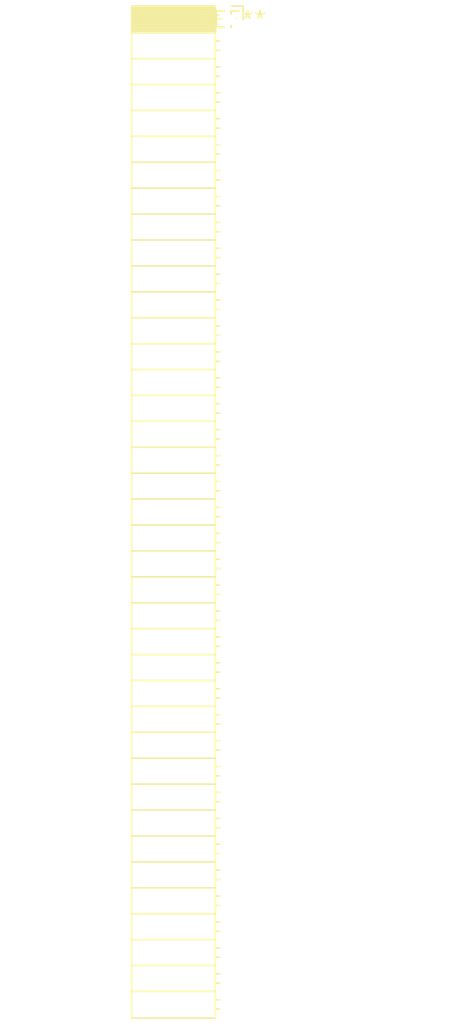
<source format=kicad_pcb>
(kicad_pcb (version 20240108) (generator pcbnew)
  (layers (0 "F.Cu" signal) (31 "B.Cu" signal) (34 "B.Paste" user) (35 "F.Paste" user) (36 "B.SilkS" user "B.Silkscreen") (37 "F.SilkS" user "F.Silkscreen") (38 "B.Mask" user) (39 "F.Mask" user) (44 "Edge.Cuts" user))
  (net 0 "")
  (footprint "PinSocket_1x39_P2.00mm_Horizontal" (layer "F.Cu") (at 0 0)
    (property "Reference" "REF**")
    (property "Value" "PinSocket_1x39_P2.00mm_Horizontal")
    (fp_line (start -7.68 -1.06) (end -7.68 77.06) (layer "F.SilkS") (stroke (width 0.12)))
    (fp_line (start -7.68 -1.06) (end -1.21 -1.06) (layer "F.SilkS") (stroke (width 0.12)))
    (fp_line (start -7.68 -0.94) (end -1.21 -0.94) (layer "F.SilkS") (stroke (width 0.12)))
    (fp_line (start -7.68 -0.825882) (end -1.21 -0.825882) (layer "F.SilkS") (stroke (width 0.12)))
    (fp_line (start -7.68 -0.711764) (end -1.21 -0.711764) (layer "F.SilkS") (stroke (width 0.12)))
    (fp_line (start -7.68 -0.597646) (end -1.21 -0.597646) (layer "F.SilkS") (stroke (width 0.12)))
    (fp_line (start -7.68 -0.483528) (end -1.21 -0.483528) (layer "F.SilkS") (stroke (width 0.12)))
    (fp_line (start -7.68 -0.36941) (end -1.21 -0.36941) (layer "F.SilkS") (stroke (width 0.12)))
    (fp_line (start -7.68 -0.255292) (end -1.21 -0.255292) (layer "F.SilkS") (stroke (width 0.12)))
    (fp_line (start -7.68 -0.141174) (end -1.21 -0.141174) (layer "F.SilkS") (stroke (width 0.12)))
    (fp_line (start -7.68 -0.027056) (end -1.21 -0.027056) (layer "F.SilkS") (stroke (width 0.12)))
    (fp_line (start -7.68 0.087062) (end -1.21 0.087062) (layer "F.SilkS") (stroke (width 0.12)))
    (fp_line (start -7.68 0.20118) (end -1.21 0.20118) (layer "F.SilkS") (stroke (width 0.12)))
    (fp_line (start -7.68 0.315298) (end -1.21 0.315298) (layer "F.SilkS") (stroke (width 0.12)))
    (fp_line (start -7.68 0.429416) (end -1.21 0.429416) (layer "F.SilkS") (stroke (width 0.12)))
    (fp_line (start -7.68 0.543534) (end -1.21 0.543534) (layer "F.SilkS") (stroke (width 0.12)))
    (fp_line (start -7.68 0.657652) (end -1.21 0.657652) (layer "F.SilkS") (stroke (width 0.12)))
    (fp_line (start -7.68 0.77177) (end -1.21 0.77177) (layer "F.SilkS") (stroke (width 0.12)))
    (fp_line (start -7.68 0.885888) (end -1.21 0.885888) (layer "F.SilkS") (stroke (width 0.12)))
    (fp_line (start -7.68 1) (end -1.21 1) (layer "F.SilkS") (stroke (width 0.12)))
    (fp_line (start -7.68 3) (end -1.21 3) (layer "F.SilkS") (stroke (width 0.12)))
    (fp_line (start -7.68 5) (end -1.21 5) (layer "F.SilkS") (stroke (width 0.12)))
    (fp_line (start -7.68 7) (end -1.21 7) (layer "F.SilkS") (stroke (width 0.12)))
    (fp_line (start -7.68 9) (end -1.21 9) (layer "F.SilkS") (stroke (width 0.12)))
    (fp_line (start -7.68 11) (end -1.21 11) (layer "F.SilkS") (stroke (width 0.12)))
    (fp_line (start -7.68 13) (end -1.21 13) (layer "F.SilkS") (stroke (width 0.12)))
    (fp_line (start -7.68 15) (end -1.21 15) (layer "F.SilkS") (stroke (width 0.12)))
    (fp_line (start -7.68 17) (end -1.21 17) (layer "F.SilkS") (stroke (width 0.12)))
    (fp_line (start -7.68 19) (end -1.21 19) (layer "F.SilkS") (stroke (width 0.12)))
    (fp_line (start -7.68 21) (end -1.21 21) (layer "F.SilkS") (stroke (width 0.12)))
    (fp_line (start -7.68 23) (end -1.21 23) (layer "F.SilkS") (stroke (width 0.12)))
    (fp_line (start -7.68 25) (end -1.21 25) (layer "F.SilkS") (stroke (width 0.12)))
    (fp_line (start -7.68 27) (end -1.21 27) (layer "F.SilkS") (stroke (width 0.12)))
    (fp_line (start -7.68 29) (end -1.21 29) (layer "F.SilkS") (stroke (width 0.12)))
    (fp_line (start -7.68 31) (end -1.21 31) (layer "F.SilkS") (stroke (width 0.12)))
    (fp_line (start -7.68 33) (end -1.21 33) (layer "F.SilkS") (stroke (width 0.12)))
    (fp_line (start -7.68 35) (end -1.21 35) (layer "F.SilkS") (stroke (width 0.12)))
    (fp_line (start -7.68 37) (end -1.21 37) (layer "F.SilkS") (stroke (width 0.12)))
    (fp_line (start -7.68 39) (end -1.21 39) (layer "F.SilkS") (stroke (width 0.12)))
    (fp_line (start -7.68 41) (end -1.21 41) (layer "F.SilkS") (stroke (width 0.12)))
    (fp_line (start -7.68 43) (end -1.21 43) (layer "F.SilkS") (stroke (width 0.12)))
    (fp_line (start -7.68 45) (end -1.21 45) (layer "F.SilkS") (stroke (width 0.12)))
    (fp_line (start -7.68 47) (end -1.21 47) (layer "F.SilkS") (stroke (width 0.12)))
    (fp_line (start -7.68 49) (end -1.21 49) (layer "F.SilkS") (stroke (width 0.12)))
    (fp_line (start -7.68 51) (end -1.21 51) (layer "F.SilkS") (stroke (width 0.12)))
    (fp_line (start -7.68 53) (end -1.21 53) (layer "F.SilkS") (stroke (width 0.12)))
    (fp_line (start -7.68 55) (end -1.21 55) (layer "F.SilkS") (stroke (width 0.12)))
    (fp_line (start -7.68 57) (end -1.21 57) (layer "F.SilkS") (stroke (width 0.12)))
    (fp_line (start -7.68 59) (end -1.21 59) (layer "F.SilkS") (stroke (width 0.12)))
    (fp_line (start -7.68 61) (end -1.21 61) (layer "F.SilkS") (stroke (width 0.12)))
    (fp_line (start -7.68 63) (end -1.21 63) (layer "F.SilkS") (stroke (width 0.12)))
    (fp_line (start -7.68 65) (end -1.21 65) (layer "F.SilkS") (stroke (width 0.12)))
    (fp_line (start -7.68 67) (end -1.21 67) (layer "F.SilkS") (stroke (width 0.12)))
    (fp_line (start -7.68 69) (end -1.21 69) (layer "F.SilkS") (stroke (width 0.12)))
    (fp_line (start -7.68 71) (end -1.21 71) (layer "F.SilkS") (stroke (width 0.12)))
    (fp_line (start -7.68 73) (end -1.21 73) (layer "F.SilkS") (stroke (width 0.12)))
    (fp_line (start -7.68 75) (end -1.21 75) (layer "F.SilkS") (stroke (width 0.12)))
    (fp_line (start -7.68 77.06) (end -1.21 77.06) (layer "F.SilkS") (stroke (width 0.12)))
    (fp_line (start -1.21 -1.06) (end -1.21 77.06) (layer "F.SilkS") (stroke (width 0.12)))
    (fp_line (start -1.21 -0.36) (end -0.935 -0.36) (layer "F.SilkS") (stroke (width 0.12)))
    (fp_line (start -1.21 0.36) (end -0.935 0.36) (layer "F.SilkS") (stroke (width 0.12)))
    (fp_line (start -1.21 1.64) (end -0.862917 1.64) (layer "F.SilkS") (stroke (width 0.12)))
    (fp_line (start -1.21 2.36) (end -0.862917 2.36) (layer "F.SilkS") (stroke (width 0.12)))
    (fp_line (start -1.21 3.64) (end -0.862917 3.64) (layer "F.SilkS") (stroke (width 0.12)))
    (fp_line (start -1.21 4.36) (end -0.862917 4.36) (layer "F.SilkS") (stroke (width 0.12)))
    (fp_line (start -1.21 5.64) (end -0.862917 5.64) (layer "F.SilkS") (stroke (width 0.12)))
    (fp_line (start -1.21 6.36) (end -0.862917 6.36) (layer "F.SilkS") (stroke (width 0.12)))
    (fp_line (start -1.21 7.64) (end -0.862917 7.64) (layer "F.SilkS") (stroke (width 0.12)))
    (fp_line (start -1.21 8.36) (end -0.862917 8.36) (layer "F.SilkS") (stroke (width 0.12)))
    (fp_line (start -1.21 9.64) (end -0.862917 9.64) (layer "F.SilkS") (stroke (width 0.12)))
    (fp_line (start -1.21 10.36) (end -0.862917 10.36) (layer "F.SilkS") (stroke (width 0.12)))
    (fp_line (start -1.21 11.64) (end -0.862917 11.64) (layer "F.SilkS") (stroke (width 0.12)))
    (fp_line (start -1.21 12.36) (end -0.862917 12.36) (layer "F.SilkS") (stroke (width 0.12)))
    (fp_line (start -1.21 13.64) (end -0.862917 13.64) (layer "F.SilkS") (stroke (width 0.12)))
    (fp_line (start -1.21 14.36) (end -0.862917 14.36) (layer "F.SilkS") (stroke (width 0.12)))
    (fp_line (start -1.21 15.64) (end -0.862917 15.64) (layer "F.SilkS") (stroke (width 0.12)))
    (fp_line (start -1.21 16.36) (end -0.862917 16.36) (layer "F.SilkS") (stroke (width 0.12)))
    (fp_line (start -1.21 17.64) (end -0.862917 17.64) (layer "F.SilkS") (stroke (width 0.12)))
    (fp_line (start -1.21 18.36) (end -0.862917 18.36) (layer "F.SilkS") (stroke (width 0.12)))
    (fp_line (start -1.21 19.64) (end -0.862917 19.64) (layer "F.SilkS") (stroke (width 0.12)))
    (fp_line (start -1.21 20.36) (end -0.862917 20.36) (layer "F.SilkS") (stroke (width 0.12)))
    (fp_line (start -1.21 21.64) (end -0.862917 21.64) (layer "F.SilkS") (stroke (width 0.12)))
    (fp_line (start -1.21 22.36) (end -0.862917 22.36) (layer "F.SilkS") (stroke (width 0.12)))
    (fp_line (start -1.21 23.64) (end -0.862917 23.64) (layer "F.SilkS") (stroke (width 0.12)))
    (fp_line (start -1.21 24.36) (end -0.862917 24.36) (layer "F.SilkS") (stroke (width 0.12)))
    (fp_line (start -1.21 25.64) (end -0.862917 25.64) (layer "F.SilkS") (stroke (width 0.12)))
    (fp_line (start -1.21 26.36) (end -0.862917 26.36) (layer "F.SilkS") (stroke (width 0.12)))
    (fp_line (start -1.21 27.64) (end -0.862917 27.64) (layer "F.SilkS") (stroke (width 0.12)))
    (fp_line (start -1.21 28.36) (end -0.862917 28.36) (layer "F.SilkS") (stroke (width 0.12)))
    (fp_line (start -1.21 29.64) (end -0.862917 29.64) (layer "F.SilkS") (stroke (width 0.12)))
    (fp_line (start -1.21 30.36) (end -0.862917 30.36) (layer "F.SilkS") (stroke (width 0.12)))
    (fp_line (start -1.21 31.64) (end -0.862917 31.64) (layer "F.SilkS") (stroke (width 0.12)))
    (fp_line (start -1.21 32.36) (end -0.862917 32.36) (layer "F.SilkS") (stroke (width 0.12)))
    (fp_line (start -1.21 33.64) (end -0.862917 33.64) (layer "F.SilkS") (stroke (width 0.12)))
    (fp_line (start -1.21 34.36) (end -0.862917 34.36) (layer "F.SilkS") (stroke (width 0.12)))
    (fp_line (start -1.21 35.64) (end -0.862917 35.64) (layer "F.SilkS") (stroke (width 0.12)))
    (fp_line (start -1.21 36.36) (end -0.862917 36.36) (layer "F.SilkS") (stroke (width 0.12)))
    (fp_line (start -1.21 37.64) (end -0.862917 37.64) (layer "F.SilkS") (stroke (width 0.12)))
    (fp_line (start -1.21 38.36) (end -0.862917 38.36) (layer "F.SilkS") (stroke (width 0.12)))
    (fp_line (start -1.21 39.64) (end -0.862917 39.64) (layer "F.SilkS") (stroke (width 0.12)))
    (fp_line (start -1.21 40.36) (end -0.862917 40.36) (layer "F.SilkS") (stroke (width 0.12)))
    (fp_line (start -1.21 41.64) (end -0.862917 41.64) (layer "F.SilkS") (stroke (width 0.12)))
    (fp_line (start -1.21 42.36) (end -0.862917 42.36) (layer "F.SilkS") (stroke (width 0.12)))
    (fp_line (start -1.21 43.64) (end -0.862917 43.64) (layer "F.SilkS") (stroke (width 0.12)))
    (fp_line (start -1.21 44.36) (end -0.862917 44.36) (layer "F.SilkS") (stroke (width 0.12)))
    (fp_line (start -1.21 45.64) (end -0.862917 45.64) (layer "F.SilkS") (stroke (width 0.12)))
    (fp_line (start -1.21 46.36) (end -0.862917 46.36) (layer "F.SilkS") (stroke (width 0.12)))
    (fp_line (start -1.21 47.64) (end -0.862917 47.64) (layer "F.SilkS") (stroke (width 0.12)))
    (fp_line (start -1.21 48.36) (end -0.862917 48.36) (layer "F.SilkS") (stroke (width 0.12)))
    (fp_line (start -1.21 49.64) (end -0.862917 49.64) (layer "F.SilkS") (stroke (width 0.12)))
    (fp_line (start -1.21 50.36) (end -0.862917 50.36) (layer "F.SilkS") (stroke (width 0.12)))
    (fp_line (start -1.21 51.64) (end -0.862917 51.64) (layer "F.SilkS") (stroke (width 0.12)))
    (fp_line (start -1.21 52.36) (end -0.862917 52.36) (layer "F.SilkS") (stroke (width 0.12)))
    (fp_line (start -1.21 53.64) (end -0.862917 53.64) (layer "F.SilkS") (stroke (width 0.12)))
    (fp_line (start -1.21 54.36) (end -0.862917 54.36) (layer "F.SilkS") (stroke (width 0.12)))
    (fp_line (start -1.21 55.64) (end -0.862917 55.64) (layer "F.SilkS") (stroke (width 0.12)))
    (fp_line (start -1.21 56.36) (end -0.862917 56.36) (layer "F.SilkS") (stroke (width 0.12)))
    (fp_line (start -1.21 57.64) (end -0.862917 57.64) (layer "F.SilkS") (stroke (width 0.12)))
    (fp_line (start -1.21 58.36) (end -0.862917 58.36) (layer "F.SilkS") (stroke (width 0.12)))
    (fp_line (start -1.21 59.64) (end -0.862917 59.64) (layer "F.SilkS") (stroke (width 0.12)))
    (fp_line (start -1.21 60.36) (end -0.862917 60.36) (layer "F.SilkS") (stroke (width 0.12)))
    (fp_line (start -1.21 61.64) (end -0.862917 61.64) (layer "F.SilkS") (stroke (width 0.12)))
    (fp_line (start -1.21 62.36) (end -0.862917 62.36) (layer "F.SilkS") (stroke (width 0.12)))
    (fp_line (start -1.21 63.64) (end -0.862917 63.64) (layer "F.SilkS") (stroke (width 0.12)))
    (fp_line (start -1.21 64.36) (end -0.862917 64.36) (layer "F.SilkS") (stroke (width 0.12)))
    (fp_line (start -1.21 65.64) (end -0.862917 65.64) (layer "F.SilkS") (stroke (width 0.12)))
    (fp_line (start -1.21 66.36) (end -0.862917 66.36) (layer "F.SilkS") (stroke (width 0.12)))
    (fp_line (start -1.21 67.64) (end -0.862917 67.64) (layer "F.SilkS") (stroke (width 0.12)))
    (fp_line (start -1.21 68.36) (end -0.862917 68.36) (layer "F.SilkS") (stroke (width 0.12)))
    (fp_line (start -1.21 69.64) (end -0.862917 69.64) (layer "F.SilkS") (stroke (width 0.12)))
    (fp_line (start -1.21 70.36) (end -0.862917 70.36) (layer "F.SilkS") (stroke (width 0.12)))
    (fp_line (start -1.21 71.64) (end -0.862917 71.64) (layer "F.SilkS") (stroke (width 0.12)))
    (fp_line (start -1.21 72.36) (end -0.862917 72.36) (layer "F.SilkS") (stroke (width 0.12)))
    (fp_line (start -1.21 73.64) (end -0.862917 73.64) (layer "F.SilkS") (stroke (width 0.12)))
    (fp_line (start -1.21 74.36) (end -0.862917 74.36) (layer "F.SilkS") (stroke (width 0.12)))
    (fp_line (start -1.21 75.64) (end -0.862917 75.64) (layer "F.SilkS") (stroke (width 0.12)))
    (fp_line (start -1.21 76.36) (end -0.862917 76.36) (layer "F.SilkS") (stroke (width 0.12)))
    (fp_line (start 0 -1.06) (end 0.935 -1.06) (layer "F.SilkS") (stroke (width 0.12)))
    (fp_line (start 0.935 -1.06) (end 0.935 0) (layer "F.SilkS") (stroke (width 0.12)))
    (pad "1" thru_hole rect (at 0 0) (size 1.35 1.35) (drill 0.8) (layers *.Cu *.Mask) (remove_unused_layers))
    (pad "2" thru_hole oval (at 0 2) (size 1.35 1.35) (drill 0.8) (layers *.Cu *.Mask) (remove_unused_layers))
    (pad "3" thru_hole oval (at 0 4) (size 1.35 1.35) (drill 0.8) (layers *.Cu *.Mask) (remove_unused_layers))
    (pad "4" thru_hole oval (at 0 6) (size 1.35 1.35) (drill 0.8) (layers *.Cu *.Mask) (remove_unused_layers))
    (pad "5" thru_hole oval (at 0 8) (size 1.35 1.35) (drill 0.8) (layers *.Cu *.Mask) (remove_unused_layers))
    (pad "6" thru_hole oval (at 0 10) (size 1.35 1.35) (drill 0.8) (layers *.Cu *.Mask) (remove_unused_layers))
    (pad "7" thru_hole oval (at 0 12) (size 1.35 1.35) (drill 0.8) (layers *.Cu *.Mask) (remove_unused_layers))
    (pad "8" thru_hole oval (at 0 14) (size 1.35 1.35) (drill 0.8) (layers *.Cu *.Mask) (remove_unused_layers))
    (pad "9" thru_hole oval (at 0 16) (size 1.35 1.35) (drill 0.8) (layers *.Cu *.Mask) (remove_unused_layers))
    (pad "10" thru_hole oval (at 0 18) (size 1.35 1.35) (drill 0.8) (layers *.Cu *.Mask) (remove_unused_layers))
    (pad "11" thru_hole oval (at 0 20) (size 1.35 1.35) (drill 0.8) (layers *.Cu *.Mask) (remove_unused_layers))
    (pad "12" thru_hole oval (at 0 22) (size 1.35 1.35) (drill 0.8) (layers *.Cu *.Mask) (remove_unused_layers))
    (pad "13" thru_hole oval (at 0 24) (size 1.35 1.35) (drill 0.8) (layers *.Cu *.Mask) (remove_unused_layers))
    (pad "14" thru_hole oval (at 0 26) (size 1.35 1.35) (drill 0.8) (layers *.Cu *.Mask) (remove_unused_layers))
    (pad "15" thru_hole oval (at 0 28) (size 1.35 1.35) (drill 0.8) (layers *.Cu *.Mask) (remove_unused_layers))
    (pad "16" thru_hole oval (at 0 30) (size 1.35 1.35) (drill 0.8) (layers *.Cu *.Mask) (remove_unused_layers))
    (pad "17" thru_hole oval (at 0 32) (size 1.35 1.35) (drill 0.8) (layers *.Cu *.Mask) (remove_unused_layers))
    (pad "18" thru_hole oval (at 0 34) (size 1.35 1.35) (drill 0.8) (layers *.Cu *.Mask) (remove_unused_layers))
    (pad "19" thru_hole oval (at 0 36) (size 1.35 1.35) (drill 0.8) (layers *.Cu *.Mask) (remove_unused_layers))
    (pad "20" thru_hole oval (at 0 38) (size 1.35 1.35) (drill 0.8) (layers *.Cu *.Mask) (remove_unused_layers))
    (pad "21" thru_hole oval (at 0 40) (size 1.35 1.35) (drill 0.8) (layers *.Cu *.Mask) (remove_unused_layers))
    (pad "22" thru_hole oval (at 0 42) (size 1.35 1.35) (drill 0.8) (layers *.Cu *.Mask) (remove_unused_layers))
    (pad "23" thru_hole oval (at 0 44) (size 1.35 1.35) (drill 0.8) (layers *.Cu *.Mask) (remove_unused_layers))
    (pad "24" thru_hole oval (at 0 46) (size 1.35 1.35) (drill 0.8) (layers *.Cu *.Mask) (remove_unused_layers))
    (pad "25" thru_hole oval (at 0 48) (size 1.35 1.35) (drill 0.8) (layers *.Cu *.Mask) (remove_unused_layers))
    (pad "26" thru_hole oval (at 0 50) (size 1.35 1.35) (drill 0.8) (layers *.Cu *.Mask) (remove_unused_layers))
    (pad "27" thru_hole oval (at 0 52) (size 1.35 1.35) (drill 0.8) (layers *.Cu *.Mask) (remove_unused_layers))
    (pad "28" thru_hole oval (at 0 54) (size 1.35 1.35) (drill 0.8) (layers *.Cu *.Mask) (remove_unused_layers))
    (pad "29" thru_hole oval (at 0 56) (size 1.35 1.35) (drill 0.8) (layers *.Cu *.Mask) (remove_unused_layers))
    (pad "30" thru_hole oval (at 0 58) (size 1.35 1.35) (drill 0.8) (layers *.Cu *.Mask) (remove_unused_layers))
    (pad "31" thru_hole oval (at 0 60) (size 1.35 1.35) (drill 0.8) (layers *.Cu *.Mask) (remove_unused_layers))
    (pad "32" thru_hole oval (at 0 62) (size 1.35 1.35) (drill 0.8) (layers *.Cu *.Mask) (remove_unused_layers))
    (pad "33" thru_hole oval (at 0 64) (size 1.35 1.35) (drill 0.8) (layers *.Cu *.Mask) (remove_unused_layers))
    (pad "34" thru_hole oval (at 0 66) (size 1.35 1.35) (drill 0.8) (layers *.Cu *.Mask) (remove_unused_layers))
    (pad "35" thru_hole oval (at 0 68) (size 1.35 1.35) (drill 0.8) (layers *.Cu *.Mask) (remove_unused_layers))
    (pad "36" thru_hole oval (at 0 70) (size 1.35 1.35) (drill 0.8) (layers *.Cu *.Mask) (remove_unused_layers))
    (pad "37" thru_hole oval (at 0 72) (size 1.35 1.35) (drill 0.8) (layers *.Cu *.Mask) (remove_unused_layers))
    (pad "38" thru_hole oval (at 0 74) (size 1.35 1.35) (drill 0.8) (layers *.Cu *.Mask) (remove_unused_layers))
    (pad "39" thru_hole oval (at 0 76) (size 1.35 1.35) (drill 0.8) (layers *.Cu *.Mask) (remove_unused_layers))
  )
)
</source>
